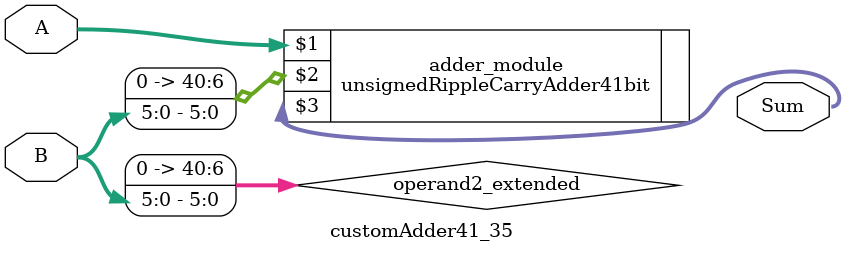
<source format=v>
module customAdder41_35(
                        input [40 : 0] A,
                        input [5 : 0] B,
                        
                        output [41 : 0] Sum
                );

        wire [40 : 0] operand2_extended;
        
        assign operand2_extended =  {35'b0, B};
        
        unsignedRippleCarryAdder41bit adder_module(
            A,
            operand2_extended,
            Sum
        );
        
        endmodule
        
</source>
